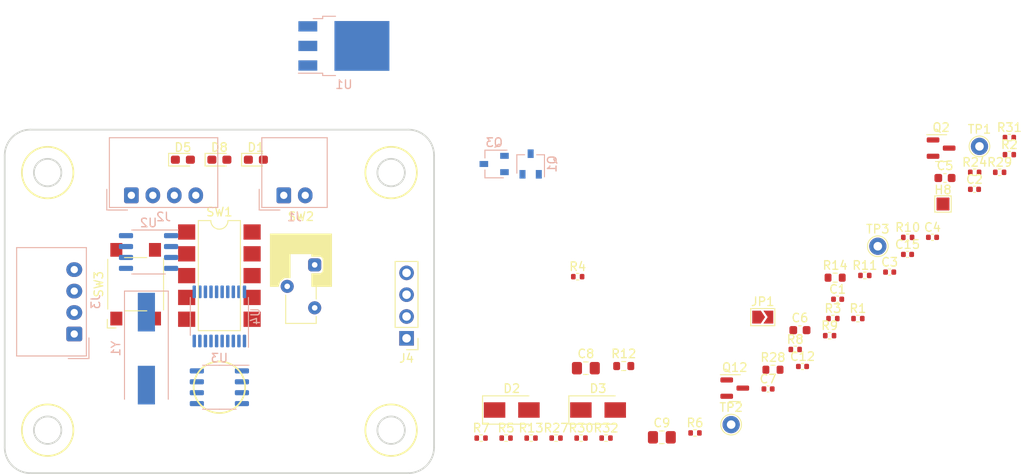
<source format=kicad_pcb>
(kicad_pcb (version 20211014) (generator pcbnew)
  (layers (0 "F.Cu" signal) (31 "B.Cu" signal) (34 "B.Paste" user) (35 "F.Paste" user) (36 "B.SilkS" user "B.Silkscreen") (37 "F.SilkS" user "F.Silkscreen") (38 "B.Mask" user) (39 "F.Mask" user) (44 "Edge.Cuts" user))
  (net 0 "")
  (net 1 "/S-S")
  (net 2 "+3.3V")
  (net 3 "GND")
  (net 4 "VDD")
  (net 5 "OSC_IN")
  (net 6 "OSC_OUT")
  (net 7 "NRST")
  (net 8 "Net-(D1-Pad2)")
  (net 9 "Net-(D5-Pad2)")
  (net 10 "Net-(D8-Pad2)")
  (net 11 "/5VBAT")
  (net 12 "RS485_A")
  (net 13 "RS485_B")
  (net 14 "TCK")
  (net 15 "TMS")
  (net 16 "Net-(JP1-Pad2)")
  (net 17 "主電源スイッチ")
  (net 18 "Net-(Q2-Pad3)")
  (net 19 "Net-(Q12-Pad1)")
  (net 20 "Net-(Q12-Pad3)")
  (net 21 "DIP_SW0")
  (net 22 "DIP_SW1")
  (net 23 "MonitorLED0")
  (net 24 "DIP_SW2")
  (net 25 "DIP_SW3")
  (net 26 "DIP_SW4")
  (net 27 "I2C_SCL")
  (net 28 "I2C_SDA")
  (net 29 "MainTX_RS485RX")
  (net 31 "MainRX_RS485TX")
  (net 52 "Net-(Q3-Pad1)")
  (footprint "Resistor_SMD:R_0402_1005Metric" (layer "F.Cu") (at 39.21 -24.08)
    (fp_text reference "R27" (at 0 -1.17) (layer "F.SilkS"))
    (fp_text value "1k")
    (fp_line (start -0.153641 -0.38) (end 0.153641 -0.38) (layer "F.SilkS") (width 0.12))
    (fp_line (start -0.153641 0.38) (end 0.153641 0.38) (layer "F.SilkS") (width 0.12))
    (pad "1" smd roundrect (at -0.51 0) (size 0.54 0.64) (layers "F.Cu" "F.Paste" "F.Mask") (net 10 "Net-(D8-Pad2)"))
    (pad "2" smd roundrect (at 0.51 0) (size 0.54 0.64) (layers "F.Cu" "F.Paste" "F.Mask") (net 2 "+3.3V"))
  )
  (footprint "Resistor_SMD:R_0402_1005Metric" (layer "F.Cu") (at 90.87 -55.03)
    (fp_text reference "R29" (at 0 -1.17) (layer "F.SilkS"))
    (fp_text value "20k")
    (fp_line (start -0.153641 0.38) (end 0.153641 0.38) (layer "F.SilkS") (width 0.12))
    (fp_line (start -0.153641 -0.38) (end 0.153641 -0.38) (layer "F.SilkS") (width 0.12))
    (pad "1" smd roundrect (at -0.51 0) (size 0.54 0.64) (layers "F.Cu" "F.Paste" "F.Mask") (net 20 "Net-(Q12-Pad3)"))
    (pad "2" smd roundrect (at 0.51 0) (size 0.54 0.64) (layers "F.Cu" "F.Paste" "F.Mask") (net 3 "GND"))
  )
  (footprint "Resistor_SMD:R_0603_1608Metric" (layer "F.Cu") (at 47.09 -32.47)
    (fp_text reference "R12" (at 0 -1.43) (layer "F.SilkS"))
    (fp_text value "3.9k")
    (fp_line (start -0.237258 0.5225) (end 0.237258 0.5225) (layer "F.SilkS") (width 0.12))
    (fp_line (start -0.237258 -0.5225) (end 0.237258 -0.5225) (layer "F.SilkS") (width 0.12))
    (pad "1" smd roundrect (at -0.825 0) (size 0.8 0.95) (layers "F.Cu" "F.Paste" "F.Mask") (net 2 "+3.3V"))
    (pad "2" smd roundrect (at 0.825 0) (size 0.8 0.95) (layers "F.Cu" "F.Paste" "F.Mask") (net 27 "I2C_SCL"))
  )
  (footprint "Capacitor_SMD:C_0402_1005Metric" (layer "F.Cu") (at 67.91 -32.42)
    (fp_text reference "C12" (at 0 -1.16) (layer "F.SilkS"))
    (fp_text value "1uF")
    (fp_line (start -0.107836 0.36) (end 0.107836 0.36) (layer "F.SilkS") (width 0.12))
    (fp_line (start -0.107836 -0.36) (end 0.107836 -0.36) (layer "F.SilkS") (width 0.12))
    (pad "1" smd roundrect (at -0.48 0) (size 0.56 0.62) (layers "F.Cu" "F.Paste" "F.Mask") (net 2 "+3.3V"))
    (pad "2" smd roundrect (at 0.48 0) (size 0.56 0.62) (layers "F.Cu" "F.Paste" "F.Mask") (net 3 "GND"))
  )
  (footprint "TestPoint:TestPoint_THTPad_D2.0mm_Drill1.0mm" (layer "F.Cu") (at 88.52 -58.05)
    (fp_text reference "TP1" (at 0 -1.998) (layer "F.SilkS"))
    (fp_text value "TestPoint")
    (fp_circle (center 0 0) (end 0 1.2) (layer "F.SilkS") (width 0.12) (fill none))
    (pad "1" thru_hole circle (at 0 0) (size 2 2) (drill 1) (layers *.Cu *.Mask) (net 4 "VDD"))
  )
  (footprint "Resistor_SMD:R_0402_1005Metric" (layer "F.Cu") (at 71.45 -38)
    (fp_text reference "R3" (at 0 -1.17) (layer "F.SilkS"))
    (fp_text value "10k")
    (fp_line (start -0.153641 -0.38) (end 0.153641 -0.38) (layer "F.SilkS") (width 0.12))
    (fp_line (start -0.153641 0.38) (end 0.153641 0.38) (layer "F.SilkS") (width 0.12))
    (pad "1" smd roundrect (at -0.51 0) (size 0.54 0.64) (layers "F.Cu" "F.Paste" "F.Mask") (net 3 "GND"))
    (pad "2" smd roundrect (at 0.51 0) (size 0.54 0.64) (layers "F.Cu" "F.Paste" "F.Mask") (net 22 "DIP_SW1"))
  )
  (footprint "Resistor_SMD:R_0402_1005Metric" (layer "F.Cu") (at 92 -57.09)
    (fp_text reference "R2" (at 0 -1.17) (layer "F.SilkS"))
    (fp_text value "10k")
    (fp_line (start -0.153641 0.38) (end 0.153641 0.38) (layer "F.SilkS") (width 0.12))
    (fp_line (start -0.153641 -0.38) (end 0.153641 -0.38) (layer "F.SilkS") (width 0.12))
    (pad "1" smd roundrect (at -0.51 0) (size 0.54 0.64) (layers "F.Cu" "F.Paste" "F.Mask") (net 1 "/S-S"))
    (pad "2" smd roundrect (at 0.51 0) (size 0.54 0.64) (layers "F.Cu" "F.Paste" "F.Mask") (net 3 "GND"))
  )
  (footprint "Resistor_SMD:R_0402_1005Metric" (layer "F.Cu") (at 42.12 -24.08)
    (fp_text reference "R30" (at 0 -1.17) (layer "F.SilkS"))
    (fp_text value "2.2k")
    (fp_line (start -0.153641 -0.38) (end 0.153641 -0.38) (layer "F.SilkS") (width 0.12))
    (fp_line (start -0.153641 0.38) (end 0.153641 0.38) (layer "F.SilkS") (width 0.12))
    (pad "1" smd roundrect (at -0.51 0) (size 0.54 0.64) (layers "F.Cu" "F.Paste" "F.Mask") (net 2 "+3.3V"))
    (pad "2" smd roundrect (at 0.51 0) (size 0.54 0.64) (layers "F.Cu" "F.Paste" "F.Mask") (net 12 "RS485_A"))
  )
  (footprint "Resistor_SMD:R_0402_1005Metric" (layer "F.Cu") (at 75.17 -43.02)
    (fp_text reference "R11" (at 0 -1.17) (layer "F.SilkS"))
    (fp_text value "10k")
    (fp_line (start -0.153641 0.38) (end 0.153641 0.38) (layer "F.SilkS") (width 0.12))
    (fp_line (start -0.153641 -0.38) (end 0.153641 -0.38) (layer "F.SilkS") (width 0.12))
    (pad "1" smd roundrect (at -0.51 0) (size 0.54 0.64) (layers "F.Cu" "F.Paste" "F.Mask") (net 4 "VDD"))
    (pad "2" smd roundrect (at 0.51 0) (size 0.54 0.64) (layers "F.Cu" "F.Paste" "F.Mask") (net 3 "GND"))
  )
  (footprint "Resistor_SMD:R_0402_1005Metric" (layer "F.Cu") (at 36.3 -24.08)
    (fp_text reference "R13" (at 0 -1.17) (layer "F.SilkS"))
    (fp_text value "10k")
    (fp_line (start -0.153641 0.38) (end 0.153641 0.38) (layer "F.SilkS") (width 0.12))
    (fp_line (start -0.153641 -0.38) (end 0.153641 -0.38) (layer "F.SilkS") (width 0.12))
    (pad "1" smd roundrect (at -0.51 0) (size 0.54 0.64) (layers "F.Cu" "F.Paste" "F.Mask") (net 3 "GND"))
    (pad "2" smd roundrect (at 0.51 0) (size 0.54 0.64) (layers "F.Cu" "F.Paste" "F.Mask") (net 2 "+3.3V"))
  )
  (footprint "Resistor_SMD:R_0402_1005Metric" (layer "F.Cu") (at 92 -59.08)
    (fp_text reference "R31" (at 0 -1.17) (layer "F.SilkS"))
    (fp_text value "2.2k")
    (fp_line (start -0.153641 0.38) (end 0.153641 0.38) (layer "F.SilkS") (width 0.12))
    (fp_line (start -0.153641 -0.38) (end 0.153641 -0.38) (layer "F.SilkS") (width 0.12))
    (pad "1" smd roundrect (at -0.51 0) (size 0.54 0.64) (layers "F.Cu" "F.Paste" "F.Mask") (net 13 "RS485_B"))
    (pad "2" smd roundrect (at 0.51 0) (size 0.54 0.64) (layers "F.Cu" "F.Paste" "F.Mask") (net 3 "GND"))
  )
  (footprint "Package_TO_SOT_SMD:SOT-23" (layer "F.Cu") (at 60.02 -29.9)
    (fp_text reference "Q12" (at 0 -2.4) (layer "F.SilkS"))
    (fp_text value "S8050")
    (fp_line (start 0 -1.56) (end 0.65 -1.56) (layer "F.SilkS") (width 0.12))
    (fp_line (start 0 -1.56) (end -1.675 -1.56) (layer "F.SilkS") (width 0.12))
    (fp_line (start 0 1.56) (end -0.65 1.56) (layer "F.SilkS") (width 0.12))
    (fp_line (start 0 1.56) (end 0.65 1.56) (layer "F.SilkS") (width 0.12))
    (pad "1" smd roundrect (at -0.9375 -0.95) (size 1.475 0.6) (layers "F.Cu" "F.Paste" "F.Mask") (net 19 "Net-(Q12-Pad1)"))
    (pad "2" smd roundrect (at -0.9375 0.95) (size 1.475 0.6) (layers "F.Cu" "F.Paste" "F.Mask") (net 2 "+3.3V"))
    (pad "3" smd roundrect (at 0.9375 0) (size 1.475 0.6) (layers "F.Cu" "F.Paste" "F.Mask") (net 20 "Net-(Q12-Pad3)"))
  )
  (footprint "Capacitor_SMD:C_0603_1608Metric" (layer "F.Cu") (at 84.5 -54.37)
    (fp_text reference "C5" (at 0 -1.43) (layer "F.SilkS"))
    (fp_text value "22pF")
    (fp_line (start -0.14058 -0.51) (end 0.14058 -0.51) (layer "F.SilkS") (width 0.12))
    (fp_line (start -0.14058 0.51) (end 0.14058 0.51) (layer "F.SilkS") (width 0.12))
    (pad "1" smd roundrect (at -0.775 0) (size 0.9 0.95) (layers "F.Cu" "F.Paste" "F.Mask") (net 3 "GND"))
    (pad "2" smd roundrect (at 0.775 0) (size 0.9 0.95) (layers "F.Cu" "F.Paste" "F.Mask") (net 5 "OSC_IN"))
  )
  (footprint "TestPoint:TestPoint_THTPad_D2.0mm_Drill1.0mm" (layer "F.Cu") (at 59.6 -25.65)
    (fp_text reference "TP2" (at 0 -1.998) (layer "F.SilkS"))
    (fp_text value "TestPoint")
    (fp_circle (center 0 0) (end 0 1.2) (layer "F.SilkS") (width 0.12) (fill none))
    (pad "1" thru_hole circle (at 0 0) (size 2 2) (drill 1) (layers *.Cu *.Mask) (net 2 "+3.3V"))
  )
  (footprint "TestPoint:TestPoint_THTPad_D2.0mm_Drill1.0mm" (layer "F.Cu") (at 76.68 -46.42)
    (fp_text reference "TP3" (at 0 -1.998) (layer "F.SilkS"))
    (fp_text value "TestPoint")
    (fp_circle (center 0 0) (end 0 1.2) (layer "F.SilkS") (width 0.12) (fill none))
    (pad "1" thru_hole circle (at 0 0) (size 2 2) (drill 1) (layers *.Cu *.Mask) (net 3 "GND"))
  )
  (footprint "Capacitor_SMD:C_0402_1005Metric" (layer "F.Cu") (at 80.14 -45.47)
    (fp_text reference "C15" (at 0 -1.16) (layer "F.SilkS"))
    (fp_text value "0.1uF")
    (fp_line (start -0.107836 -0.36) (end 0.107836 -0.36) (layer "F.SilkS") (width 0.12))
    (fp_line (start -0.107836 0.36) (end 0.107836 0.36) (layer "F.SilkS") (width 0.12))
    (pad "1" smd roundrect (at -0.48 0) (size 0.56 0.62) (layers "F.Cu" "F.Paste" "F.Mask") (net 2 "+3.3V"))
    (pad "2" smd roundrect (at 0.48 0) (size 0.56 0.62) (layers "F.Cu" "F.Paste" "F.Mask") (net 3 "GND"))
  )
  (footprint "Resistor_SMD:R_0402_1005Metric" (layer "F.Cu") (at 74.36 -38)
    (fp_text reference "R1" (at 0 -1.17) (layer "F.SilkS"))
    (fp_text value "10k")
    (fp_line (start -0.153641 0.38) (end 0.153641 0.38) (layer "F.SilkS") (width 0.12))
    (fp_line (start -0.153641 -0.38) (end 0.153641 -0.38) (layer "F.SilkS") (width 0.12))
    (pad "1" smd roundrect (at -0.51 0) (size 0.54 0.64) (layers "F.Cu" "F.Paste" "F.Mask") (net 3 "GND"))
    (pad "2" smd roundrect (at 0.51 0) (size 0.54 0.64) (layers "F.Cu" "F.Paste" "F.Mask") (net 21 "DIP_SW0"))
  )
  (footprint "Capacitor_SMD:C_0603_1608Metric" (layer "F.Cu") (at 67.61 -36.65)
    (fp_text reference "C6" (at 0 -1.43) (layer "F.SilkS"))
    (fp_text value "22pF")
    (fp_line (start -0.14058 -0.51) (end 0.14058 -0.51) (layer "F.SilkS") (width 0.12))
    (fp_line (start -0.14058 0.51) (end 0.14058 0.51) (layer "F.SilkS") (width 0.12))
    (pad "1" smd roundrect (at -0.775 0) (size 0.9 0.95) (layers "F.Cu" "F.Paste" "F.Mask") (net 3 "GND"))
    (pad "2" smd roundrect (at 0.775 0) (size 0.9 0.95) (layers "F.Cu" "F.Paste" "F.Mask") (net 6 "OSC_OUT"))
  )
  (footprint "LED_SMD:LED_0603_1608Metric_Pad1.05x0.95mm_HandSolder" (layer "F.Cu") (at 0 -56.5)
    (fp_text reference "D8" (at 0 -1.43) (layer "F.SilkS"))
    (fp_text value "Green")
    (fp_line (start 0.8 -0.735) (end -1.66 -0.735) (layer "F.SilkS") (width 0.12))
    (fp_line (start -1.66 0.735) (end 0.8 0.735) (layer "F.SilkS") (width 0.12))
    (fp_line (start -1.66 -0.735) (end -1.66 0.735) (layer "F.SilkS") (width 0.12))
    (pad "1" smd roundrect (at -0.875 0) (size 1.05 0.95) (layers "F.Cu" "F.Paste" "F.Mask") (net 3 "GND"))
    (pad "2" smd roundrect (at 0.875 0) (size 1.05 0.95) (layers "F.Cu" "F.Paste" "F.Mask") (net 10 "Net-(D8-Pad2)"))
  )
  (footprint "Resistor_SMD:R_0402_1005Metric" (layer "F.Cu") (at 80.16 -47.45)
    (fp_text reference "R10" (at 0 -1.17) (layer "F.SilkS"))
    (fp_text value "10k")
    (fp_line (start -0.153641 0.38) (end 0.153641 0.38) (layer "F.SilkS") (width 0.12))
    (fp_line (start -0.153641 -0.38) (end 0.153641 -0.38) (layer "F.SilkS") (width 0.12))
    (pad "1" smd roundrect (at -0.51 0) (size 0.54 0.64) (layers "F.Cu" "F.Paste" "F.Mask") (net 17 "主電源スイッチ"))
    (pad "2" smd roundrect (at 0.51 0) (size 0.54 0.64) (layers "F.Cu" "F.Paste" "F.Mask") (net 3 "GND"))
  )
  (footprint "Resistor_SMD:R_0402_1005Metric" (layer "F.Cu") (at 30.48 -24.08)
    (fp_text reference "R7" (at 0 -1.17) (layer "F.SilkS"))
    (fp_text value "100k")
    (fp_line (start -0.153641 -0.38) (end 0.153641 -0.38) (layer "F.SilkS") (width 0.12))
    (fp_line (start -0.153641 0.38) (end 0.153641 0.38) (layer "F.SilkS") (width 0.12))
    (pad "1" smd roundrect (at -0.51 0) (size 0.54 0.64) (layers "F.Cu" "F.Paste" "F.Mask") (net 1 "/S-S"))
    (pad "2" smd roundrect (at 0.51 0) (size 0.54 0.64) (layers "F.Cu" "F.Paste" "F.Mask") (net 52 "Net-(Q3-Pad1)"))
  )
  (footprint "Connector_PinHeader_2.54mm:PinHeader_1x04_P2.54mm_Vertical" (layer "F.Cu") (at 21.8 -35.7 180)
    (fp_text reference "J4" (at 0 -2.33) (layer "F.SilkS"))
    (fp_text value "Conn_01x04_Female")
    (fp_line (start -1.33 1.27) (end -1.33 8.95) (layer "F.SilkS") (width 0.12))
    (fp_line (start -1.33 1.27) (end 1.33 1.27) (layer "F.SilkS") (width 0.12))
    (fp_line (start -1.33 0) (end -1.33 -1.33) (layer "F.SilkS") (width 0.12))
    (fp_line (start 1.33 1.27) (end 1.33 8.95) (layer "F.SilkS") (width 0.12))
    (fp_line (start -1.33 -1.33) (end 0 -1.33) (layer "F.SilkS") (width 0.12))
    (fp_line (start -1.33 8.95) (end 1.33 8.95) (layer "F.SilkS") (width 0.12))
    (pad "1" thru_hole rect (at 0 0 180) (size 1.7 1.7) (drill 1) (layers *.Cu *.Mask) (net 14 "TCK"))
    (pad "2" thru_hole oval (at 0 2.54 180) (size 1.7 1.7) (drill 1) (layers *.Cu *.Mask) (net 3 "GND"))
    (pad "3" thru_hole oval (at 0 5.08 180) (size 1.7 1.7) (drill 1) (layers *.Cu *.Mask) (net 15 "TMS"))
    (pad "4" thru_hole oval (at 0 7.62 180) (size 1.7 1.7) (drill 1) (layers *.Cu *.Mask) (net 7 "NRST"))
  )
  (footprint "Capacitor_SMD:C_0805_2012Metric_Pad1.18x1.45mm_HandSolder" (layer "F.Cu") (at 51.53 -24.17)
    (fp_text reference "C9" (at 0 -1.68) (layer "F.SilkS"))
    (fp_text value "10uF")
    (fp_line (start -0.261252 0.735) (end 0.261252 0.735) (layer "F.SilkS") (width 0.12))
    (fp_line (start -0.261252 -0.735) (end 0.261252 -0.735) (layer "F.SilkS") (width 0.12))
    (pad "1" smd roundrect (at -1.0375 0) (size 1.175 1.45) (layers "F.Cu" "F.Paste" "F.Mask") (roundrect_rratio 0.212766) (net 2 "+3.3V"))
    (pad "2" smd roundrect (at 1.0375 0) (size 1.175 1.45) (layers "F.Cu" "F.Paste" "F.Mask") (roundrect_rratio 0.212766) (net 3 "GND"))
  )
  (footprint "Capacitor_SMD:C_0402_1005Metric" (layer "F.Cu") (at 78.06 -43.41)
    (fp_text reference "C3" (at 0 -1.16) (layer "F.SilkS"))
    (fp_text value "1uF")
    (fp_line (start -0.107836 -0.36) (end 0.107836 -0.36) (layer "F.SilkS") (width 0.12))
    (fp_line (start -0.107836 0.36) (end 0.107836 0.36) (layer "F.SilkS") (width 0.12))
    (pad "1" smd roundrect (at -0.48 0) (size 0.56 0.62) (layers "F.Cu" "F.Paste" "F.Mask") (net 4 "VDD"))
    (pad "2" smd roundrect (at 0.48 0) (size 0.56 0.62) (layers "F.Cu" "F.Paste" "F.Mask") (net 3 "GND"))
  )
  (footprint "LED_SMD:LED_0603_1608Metric_Pad1.05x0.95mm_HandSolder" (layer "F.Cu") (at -4.25 -56.5)
    (fp_text reference "D5" (at 0 -1.43) (layer "F.SilkS"))
    (fp_text value "Green")
    (fp_line (start 0.8 -0.735) (end -1.66 -0.735) (layer "F.SilkS") (width 0.12))
    (fp_line (start -1.66 0.735) (end 0.8 0.735) (layer "F.SilkS") (width 0.12))
    (fp_line (start -1.66 -0.735) (end -1.66 0.735) (layer "F.SilkS") (width 0.12))
    (pad "1" smd roundrect (at -0.875 0) (size 1.05 0.95) (layers "F.Cu" "F.Paste" "F.Mask") (net 3 "GND"))
    (pad "2" smd roundrect (at 0.875 0) (size 1.05 0.95) (layers "F.Cu" "F.Paste" "F.Mask") (net 9 "Net-(D5-Pad2)"))
  )
  (footprint "Capacitor_SMD:C_0805_2012Metric_Pad1.18x1.45mm_HandSolder" (layer "F.Cu") (at 42.68 -32.22)
    (fp_text reference "C8" (at 0 -1.68) (layer "F.SilkS"))
    (fp_text value "10uF")
    (fp_line (start -0.261252 -0.735) (end 0.261252 -0.735) (layer "F.SilkS") (width 0.12))
    (fp_line (start -0.261252 0.735) (end 0.261252 0.735) (layer "F.SilkS") (width 0.12))
    (pad "1" smd roundrect (at -1.0375 0) (size 1.175 1.45) (layers "F.Cu" "F.Paste" "F.Mask") (roundrect_rratio 0.212766) (net 4 "VDD"))
    (pad "2" smd roundrect (at 1.0375 0) (size 1.175 1.45) (layers "F.Cu" "F.Paste" "F.Mask") (roundrect_rratio 0.212766) (net 3 "GND"))
  )
  (footprint "Resistor_SMD:R_0402_1005Metric" (layer "F.Cu") (at 33.39 -24.08)
    (fp_text reference "R5" (at 0 -1.17) (layer "F.SilkS"))
    (fp_text value "10k")
    (fp_line (start -0.153641 0.38) (end 0.153641 0.38) (layer "F.SilkS") (width 0.12))
    (fp_line (start -0.153641 -0.38) (end 0.153641 -0.38) (layer "F.SilkS") (width 0.12))
    (pad "1" smd roundrect (at -0.51 0) (size 0.54 0.64) (layers "F.Cu" "F.Paste" "F.Mask") (net 3 "GND"))
    (pad "2" smd roundrect (at 0.51 0) (size 0.54 0.64) (layers "F.Cu" "F.Paste" "F.Mask") (net 24 "DIP_SW2"))
  )
  (footprint "Capacitor_SMD:C_0402_1005Metric" (layer "F.Cu") (at 83.05 -47.46)
    (fp_text reference "C4" (at 0 -1.16) (layer "F.SilkS"))
    (fp_text value "1uF")
    (fp_line (start -0.107836 -0.36) (end 0.107836 -0.36) (layer "F.SilkS") (width 0.12))
    (fp_line (start -0.107836 0.36) (end 0.107836 0.36) (layer "F.SilkS") (width 0.12))
    (pad "1" smd roundrect (at -0.48 0) (size 0.56 0.62) (layers "F.Cu" "F.Paste" "F.Mask") (net 2 "+3.3V"))
    (pad "2" smd roundrect (at 0.48 0) (size 0.56 0.62) (layers "F.Cu" "F.Paste" "F.Mask") (net 3 "GND"))
  )
  (footprint "Resistor_SMD:R_0402_1005Metric" (layer "F.Cu") (at 87.96 -55.03)
    (fp_text reference "R24" (at 0 -1.17) (layer "F.SilkS"))
    (fp_text value "1k")
    (fp_line (start -0.153641 -0.38) (end 0.153641 -0.38) (layer "F.SilkS") (width 0.12))
    (fp_line (start -0.153641 0.38) (end 0.153641 0.38) (layer "F.SilkS") (width 0.12))
    (pad "1" smd roundrect (at -0.51 0) (size 0.54 0.64) (layers "F.Cu" "F.Paste" "F.Mask") (net 9 "Net-(D5-Pad2)"))
    (pad "2" smd roundrect (at 0.51 0) (size 0.54 0.64) (layers "F.Cu" "F.Paste" "F.Mask") (net 4 "VDD"))
  )
  (footprint "Capacitor_SMD:C_0402_1005Metric" (layer "F.Cu") (at 72 -40.25)
    (fp_text reference "C1" (at 0 -1.16) (layer "F.SilkS"))
    (fp_text value "1uF")
    (fp_line (start -0.107836 -0.36) (end 0.107836 -0.36) (layer "F.SilkS") (width 0.12))
    (fp_line (start -0.107836 0.36) (end 0.107836 0.36) (layer "F.SilkS") (width 0.12))
    (pad "1" smd roundrect (at -0.48 0) (size 0.56 0.62) (layers "F.Cu" "F.Paste" "F.Mask") (net 1 "/S-S"))
    (pad "2" smd roundrect (at 0.48 0) (size 0.56 0.62) (layers "F.Cu" "F.Paste" "F.Mask") (net 52 "Net-(Q3-Pad1)"))
  )
  (footprint "Resistor_SMD:R_0603_1608Metric" (layer "F.Cu") (at 64.47 -32.04)
    (fp_text reference "R28" (at 0 -1.43) (layer "F.SilkS"))
    (fp_text value "7.5k")
    (fp_line (start -0.237258 0.5225) (end 0.237258 0.5225) (layer "F.SilkS") (width 0.12))
    (fp_line (start -0.237258 -0.5225) (end 0.237258 -0.5225) (layer "F.SilkS") (width 0.12))
    (pad "1" smd roundrect (at -0.825 0) (size 0.8 0.95) (layers "F.Cu" "F.Paste" "F.Mask") (net 19 "Net-(Q12-Pad1)"))
    (pad "2" smd roundrect (at 0.825 0) (size 0.8 0.95) (layers "F.Cu" "F.Paste" "F.Mask") (net 29 "MainTX_RS485RX"))
  )
  (footprint "Resistor_SMD:R_0402_1005Metric" (layer "F.Cu") (at 71.07 -36.01)
    (fp_text reference "R9" (at 0 -1.17) (layer "F.SilkS"))
    (fp_text value "10k")
    (fp_line (start -0.153641 0.38) (end 0.153641 0.38) (layer "F.SilkS") (width 0.12))
    (fp_line (start -0.153641 -0.38) (end 0.153641 -0.38) (layer "F.SilkS") (width 0.12))
    (pad "1" smd roundrect (at -0.51 0) (size 0.54 0.64) (layers "F.Cu" "F.Paste" "F.Mask") (net 52 "Net-(Q3-Pad1)"))
    (pad "2" smd roundrect (at 0.51 0) (size 0.54 0.64) (layers "F.Cu" "F.Paste" "F.Mask") (net 18 "Net-(Q2-Pad3)"))
  )
  (footprint "Button_Switch_SMD:SW_SPST_Omron_B3FS-100xP" (layer "F.Cu") (at -9.75 -42 90)
    (fp_text reference "SW3" (at 0 -4.3 90) (layer "F.SilkS"))
    (fp_text value "SW_SPST")
    (fp_line (start -3.1 -1.3) (end -3.1 1.3) (layer "F.SilkS") (width 0.12))
    (fp_line (start 2.9 -3.25) (end -2.9 -3.25) (layer "F.SilkS") (width 0.12))
    (fp_line (start 3.1 -1.3) (end 3.1 1.3) (layer "F.SilkS") (width 0.12))
    (fp_line (start -5.1 -2.3) (end -5.1 -3.3) (layer "F.SilkS") (width 0.12))
    (fp_line (start 3 3.25) (end -3 3.25) (layer "F.SilkS") (width 0.12))
    (fp_line (start -5.1 -3.3) (end -4.1 -3.3) (layer "F.SilkS") (width 0.12))
    (pad "1" smd rect (at -4 -2.25 270) (size 1.6 1.4) (layers "F.Cu" "F.Paste" "F.Mask") (net 7 "NRST"))
    (pad "1" smd rect (at 4 -2.25 270) (size 1.6 1.4) (layers "F.Cu" "F.Paste" "F.Mask") (net 7 "NRST"))
    (pad "2" smd rect (at -4 2.25 270) (size 1.6 1.4) (layers "F.Cu" "F.Paste" "F.Mask") (net 3 "GND"))
    (pad "2" smd rect (at 4 2.25 270) (size 1.6 1.4) (layers "F.Cu" "F.Paste" "F.Mask") (net 3 "GND"))
  )
  (footprint "Jumper:SolderJumper-2_P1.3mm_Open_TrianglePad1.0x1.5mm" (layer "F.Cu") (at 63.28 -38.17)
    (fp_text reference "JP1" (at 0 -1.8) (layer "F.SilkS"))
    (fp_text value "Jumper_2_Open")
    (fp_line (start -1.4 -1) (end 1.4 -1) (layer "F.SilkS") (width 0.12))
    (fp_line (start 1.4 1) (end -1.4 1) (layer "F.SilkS") (width 0.12))
    (fp_line (start 1.4 -1) (end 1.4 1) (layer "F.SilkS") (width 0.12))
    (fp_line (start -1.4 1) (end -1.4 -1) (layer "F.SilkS") (width 0.12))
    (pad "1" smd custom (at -0.725 0) (size 0.3 0.3) (layers "F.Cu" "F.Mask") (net 12 "RS485_A") (options (clearance outline) (anchor rect)) (primitives (gr_poly (pts (xy 1 0) (xy 0.5 0.75) (xy -0.5 0.75) (xy -0.5 -0.75) (xy 0.5 -0.75)) (width 0) (fill yes))))
    (pad "2" smd custom (at 0.725 0) (size 0.3 0.3) (layers "F.Cu" "F.Mask") (net 16 "Net-(JP1-Pad2)") (options (clearance outline) (anchor rect)) (primitives (gr_poly (pts (xy 0.5 0.75) (xy -0.65 0.75) (xy -0.15 0) (xy -0.65 -0.75) (xy 0.5 -0.75)) (width 0) (fill yes))))
  )
  (footprint "Diode_SMD:D_SMA" (layer "F.Cu") (at 34.05 -27.35)
    (fp_text reference "D2" (at 0 -2.5) (layer "F.SilkS"))
    (fp_text value "SBR1A40SA")
    (fp_line (start -3.4 -1.65) (end 2 -1.65) (layer "F.SilkS") (width 0.12))
    (fp_line (start -3.4 1.65) (end 2 1.65) (layer "F.SilkS") (width 0.12))
    (fp_line (start -3.4 -1.65) (end -3.4 1.65) (layer "F.SilkS") (width 0.12))
    (pad "1" smd rect (at -2 0) (size 2.5 1.8) (layers "F.Cu" "F.Paste" "F.Mask") (net 4 "VDD"))
    (pad "2" smd rect (at 2 0) (size 2.5 1.8) (layers "F.Cu" "F.Paste" "F.Mask") (net 3 "GND"))
  )
  (footprint "Capacitor_SMD:C_0402_1005Metric" (layer "F.Cu") (at 87.94 -53.05)
    (fp_text reference "C2" (at 0 -1.16) (layer "F.SilkS"))
    (fp_text value "0.1uF")
    (fp_line (start -0.107836 -0.36) (end 0.107836 -0.36) (layer "F.SilkS") (width 0.12))
    (fp_line (start -0.107836 0.36) (end 0.107836 0.36) (layer "F.SilkS") (width 0.12))
    (pad "1" smd roundrect (at -0.48 0) (size 0.56 0.62) (layers "F.Cu" "F.Paste" "F.Mask") (net 2 "+3.3V"))
    (pad "2" smd roundrect (at 0.48 0) (size 0.56 0.62) (layers "F.Cu" "F.Paste" "F.Mask") (net 3 "GND"))
  )
  (footprint "Resistor_SMD:R_0402_1005Metric" (layer "F.Cu") (at 67.06 -34.4)
    (fp_text reference "R8" (at 0 -1.17) (layer "F.SilkS"))
    (fp_text value "10k")
    (fp_line (start -0.153641 -0.38) (end 0.153641 -0.38) (layer "F.SilkS") (width 0.12))
    (fp_line (start -0.153641 0.38) (end 0.153641 0.38) (layer "F.SilkS") (width 0.12))
    (pad "1" smd roundrect (at -0.51 0) (size 0.54 0.64) (layers "F.Cu" "F.Paste" "F.Mask") (net 3 "GND"))
    (pad "2" smd roundrect (at 0.51 0) (size 0.54 0.64) (layers "F.Cu" "F.Paste" "F.Mask") (net 26 "DIP_SW4"))
  )
  (footprint "Capacitor_SMD:C_0402_1005Metric" (layer "F.Cu") (at 63.9 -29.8)
    (fp_text reference "C7" (at 0 -1.16) (layer "F.SilkS"))
    (fp_text value "0.1uF")
    (fp_line (start -0.107836 0.36) (end 0.107836 0.36) (layer "F.SilkS") (width 0.12))
    (fp_line (start -0.107836 -0.36) (end 0.107836 -0.36) (layer "F.SilkS") (width 0.12))
    (pad "1" smd roundrect (at -0.48 0) (size 0.56 0.62) (layers "F.Cu" "F.Paste" "F.Mask") (net 7 "NRST"))
    (pad "2" smd roundrect (at 0.48 0) (size 0.56 0.62) (layers "F.Cu" "F.Paste" "F.Mask") (net 3 "GND"))
  )
  (footprint "TestPoint:TestPoint_Pad_1.5x1.5mm" (layer "F.Cu") (at 84.27 -51.34)
    (fp_text reference "H8" (at 0 -1.648) (layer "F.SilkS"))
    (fp_text value "MountingHole_Pad")
    (fp_line (start 0.95 -0.95) (end 0.95 0.95) (layer "F.SilkS") (width 0.12))
    (fp_line (start -0.95 0.95) (end -0.95 -0.95) (layer "F.SilkS") (width 0.12))
    (fp_line (start -0.95 -0.95) (end 0.95 -0.95) (layer "F.SilkS") (width 0.12))
    (fp_line (start 0.95 0.95) (end -0.95 0.95) (layer "F.SilkS") (width 0.12))
    (pad "1" smd rect (at 0 0) (size 1.5 1.5) (layers "F.Cu" "F.Mask") (net 7 "NRST"))
  )
  (footprint "Resistor_SMD:R_0402_1005Metric" (layer "F.Cu") (at 41.73 -42.88)
    (fp_text reference "R4" (at 0 -1.17) (layer "F.SilkS"))
    (fp_text value "1k")
    (fp_line (start -0.153641 0.38) (end 0.153641 0.38) (layer "F.SilkS") (width 0.12))
    (fp_line (start -0.153641 -0.38) (end 0.153641 -0.38) (layer "F.SilkS") (width 0.12))
    (pad "1" smd roundrect (at -0.51 0) (size 0.54 0.64) (layers "F.Cu" "F.Paste" "F.Mask") (net 8 "Net-(D1-Pad2)"))
    (pad "2" smd roundrect (at 0.51 0) (size 0.54 0.64) (layers "F.Cu" "F.Paste" "F.Mask") (net 23 "MonitorLED0"))
  )
  (footprint "Package_DIP:SMDIP-10_W7.62mm" (layer "F.Cu") (at 0 -43)
    (fp_text reference "SW1" (at 0 -7.41) (layer "F.SilkS"))
    (fp_text value "SW_DIP_x05")
    (fp_line (start -2.45 -6.41) (end -2.45 6.41) (layer "F.SilkS") (width 0.12))
    (fp_line (start -1 -6.41) (end -2.45 -6.41) (layer "F.SilkS") (width 0.12))
    (fp_line (start -2.45 6.41) (end 2.45 6.41) (layer "F.SilkS") (width 0.12))
    (fp_line (start 2.45 -6.41) (end 1 -6.41) (layer "F.SilkS") (width 0.12))
    (fp_line (start 2.45 6.41) (end 2.45 -6.41) (layer "F.SilkS") (width 0.12))
    (fp_arc (start 1 -6.41) (mid 0 -5.41) (end -1 -6.41) (layer "F.SilkS") (width 0.12))
    (pad "1" smd rect (at -3.81 -5.08) (size 2 1.78) (layers "F.Cu" "F.Paste" "F.Mask") (net 21 "DIP_SW0"))
    (pad "2" smd rect (at -3.81 -2.54) (size 2 1.78) (layers "F.Cu" "F.Paste" "F.Mask") (net 22 "DIP_SW1"))
    (pad "3" smd rect (at -3.81 0) (size 2 1.78) (layers "F.Cu" "F.Paste" "F.Mask") (net 24 "DIP_SW2"))
    (pad "4" smd rect (at -3.81 2.54) (size 2 1.78) (layers "F.Cu" "F.Paste" "F.Mask") (net 25 "DIP_SW3"))
    (pad "5" smd rect (at -3.81 5.08) (size 2 1.78) (layers "F.Cu" "F.Paste" "F.Mask") (net 26 "DIP_SW4"))
    (pad "6" smd rect (at 3.81 5.08) (size 2 1.78) (layers "F.Cu" "F.Paste" "F.Mask") (net 2 "+3.3V"))
    (pad "7" smd rect (at 3.81 2.54) (size 2 1.78) (layers "F.Cu" "F.Paste" "F.Mask") (net 2 "+3.3V"))
    (pad "8" smd rect (at 3.81 0) (size 2 1.78) (layers "F.Cu" "F.Paste" "F.Mask") (net 2 "+3.3V"))
    (pad "9" smd rect (at 3.81 -2.54) (size 2 1.78) (layers "F.Cu" "F.Paste" "F.Mask") (net 2 "+3.3V"))
    (pad "10" smd rect (at 3.81 -5.08) (size 2 1.78) (layers "F.Cu" "F.Paste" "F.Mask") (net 2 "+3.3V"))
  )
  (footprint "Resistor_SMD:R_0402_1005Metric" (layer "F.Cu") (at 45.03 -24.08)
    (fp_text reference "R32" (at 0 -1.17) (layer "F.SilkS"))
    (fp_text value "120")
    (fp_line (start -0.153641 0.38) (end 0.153641 0.38) (layer "F.SilkS") (width 0.12))
    (fp_line (start -0.153641 -0.38) (end 0.153641 -0.38) (layer "F.SilkS") (width 0.12))
    (pad "1" smd roundrect (at -0.51 0) (size 0.54 0.64) (layers "F.Cu" "F.Paste" "F.Mask") (net 16 "Net-(JP1-Pad2)"))
    (pad "2" smd roundrect (at 0.51 0) (size 0.54 0.64) (layers "F.Cu" "F.Paste" "F.Mask") (net 13 "RS485_B"))
  )
  (footprint "LED_SMD:LED_0603_1608Metric_Pad1.05x0.95mm_HandSolder" (layer "F.Cu") (at 4.25 -56.5)
    (fp_text reference "D1" (at 0 -1.43) (layer "F.SilkS"))
    (fp_text value "Yellow")
    (fp_line (start 0.8 -0.735) (end -1.66 -0.735) (layer "F.SilkS") (width 0.12))
    (fp_line (start -1.66 -0.735) (end -1.66 0.735) (layer "F.SilkS") (width 0.12))
    (fp_line (start -1.66 0.735) (end 0.8 0.735) (layer "F.SilkS") (width 0.12))
    (pad "1" smd roundrect (at -0.875 0) (size 1.05 0.95) (layers "F.Cu" "F.Paste" "F.Mask") (net 3 "GND"))
    (pad "2" smd roundrect (at 0.875 0) (size 1.05 0.95) (layers "F.Cu" "F.Paste" "F.Mask") (net 8 "Net-(D1-Pad2)"))
  )
  (footprint "Resistor_SMD:R_0603_1608Metric" (layer "F.Cu") (at 71.71 -42.76)
    (fp_text reference "R14" (at 0 -1.43) (layer "F.SilkS"))
    (fp_text value "3.9k")
    (fp_line (start -0.237258 -0.5225) (end 0.237258 -0.5225) (layer "F.SilkS") (width 0.12))
    (fp_line (start -0.237258 0.5225) (end 0.237258 0.5225) (layer "F.SilkS") (width 0.12))
    (pad "1" smd roundrect (at -0.825 0) (size 0.8 0.95) (layers "F.Cu" "F.Paste" "F.Mask") (net 2 "+3.3V"))
    (pad "2" smd roundrect (at 0.825 0) (size 0.8 0.95) (layers "F.Cu" "F.Paste" "F.Mask") (net 28 "I2C_SDA"))
  )
  (footprint "Diode_SMD:D_SMA" (layer "F.Cu") (at 44.1 -27.35)
    (fp_text reference "D3" (at 0 -2.5) (layer "F.SilkS"))
    (fp_text value "SBR1A40SA")
    (fp_line (start -3.4 -1.65) (end 2 -1.65) (layer "F.SilkS") (width 0.12))
    (fp_line (start -3.4 -1.65) (end -3.4 1.65) (layer "F.SilkS") (width 0.12))
    (fp_line (start -3.4 1.65) (end 2 1.65) (layer "F.SilkS") (width 0.12))
    (pad "1" smd rect (at -2 0) (size 2.5 1.8) (layers "F.Cu" "F.Paste" "F.Mask") (net 4 "VDD"))
    (pad "2" smd rect (at 2 0) (size 2.5 1.8) (layers "F.Cu" "F.Paste" "F.Mask") (net 2 "+3.3V"))
  )
  (footprint "Slide_Switch:SW_Slide_SPDT_White" (layer "F.Cu") (at 9.5 -41.75)
    (fp_text reference "SW2" (at 0 -8.128 unlocked) (layer "F.SilkS"))
    (fp_text value "SW_SPDT_White")
    (fp_line (start 1.778 4.318) (end -1.778 4.318) (layer "F.SilkS") (width 0.12))
    (fp_line (start -1.778 4.318) (end -1.778 1.016) (layer "F.SilkS") (width 0.12))
    (fp_line (start 1.778 4.318) (end 1.778 3.5052) (layer "F.SilkS") (width 0.12))
    (fp_line (start 1.778 -0.762) (end 1.778 1.4732) (layer "F.SilkS") (width 0.12))
    (fp_line (start -1.778 -4.318) (end 1.778 -4.318) (layer "F.SilkS") (width 0.12))
    (fp_poly (pts (xy 3.556 0) (xy 1.27 0) (xy 1.27 -1.4732) (xy 2.3368 -1.4732) (xy 2.5908 -1.7272) (xy 2.5908 -3.2512) (xy 2.3368 -3.5052) (xy 1.27 -3.5052) (xy 1.27 -3.81) (xy -1.27 -3.81) (xy -1.27 -1.016) (xy -1.9304 -1.016) (xy -2.4892 -0.5588) (xy -2.6416 0) (xy -3.556 0) (xy -3.556 -6.096) (xy 3.556 -6.096)) (layer "F.SilkS") (width 0.12) (fill solid))
    (pad "1" thru_hole roundrect (at 1.6 -2.5) (size 1.524 1.524) (drill 0.65) (layers *.Cu *.Mask) (net 17 "主電源スイッチ"))
    (pad "2" thru_hole circle (at -1.6 0) (size 1.524 1.524) (drill 0.65) (layers *.Cu *.Mask) (net 1 "/S-S"))
    (pad "3" thru_hole circle (at 1.6 2.5) (size 1.524 1.524) (drill 0.65) (layers *.Cu *.Mask))
  )
  (footprint "Package_TO_SOT_SMD:SOT-23" (layer "F.Cu") (at 84.05 -57.85)
    (fp_text reference "Q2" (at 0 -2.4) (layer "F.SilkS"))
    (fp_text value "BSS138")
    (fp_line (start 0 -1.56) (end -1.675 -1.56) (layer "F.SilkS") (width 0.12))
    (fp_line (start 0 1.56) (end 0.65 1.56) (layer "F.SilkS") (width 0.12))
    (fp_line (start 0 -1.56) (end 0.65 -1.56) (layer "F.SilkS") (width 0.12))
    (fp_line (start 0 1.56) (end -0.65 1.56) (layer "F.SilkS") (width 0.12))
    (pad "1" smd roundrect (at -0.9375 -0.95) (size 1.475 0.6) (layers "F.Cu" "F.Paste" "F.Mask") (net 17 "主電源スイッチ"))
    (pad "2" smd roundrect (at -0.9375 0.95) (size 1.475 0.6) (layers "F.Cu" "F.Paste" "F.Mask") (net 3 "GND"))
    (pad "3" smd roundrect (at 0.9375 0) (size 1.475 0.6) (layers "F.Cu" "F.Paste" "F.Mask") (net 18 "Net-(Q2-Pad3)"))
  )
  (footprint "Resistor_SMD:R_0402_1005Metric" (layer "F.Cu") (at 55.39 -24.68)
    (fp_text reference "R6" (at 0 -1.17) (layer "F.SilkS"))
    (fp_text value "10k")
    (fp_line (start -0.153641 0.38) (end 0.153641 0.38) (layer "F.SilkS") (width 0.12))
    (fp_line (start -0.153641 -0.38) (end 0.153641 -0.38) (layer "F.SilkS") (width 0.12))
    (pad "1" smd roundrect (at -0.51 0) (size 0.54 0.64) (layers "F.Cu" "F.Paste" "F.Mask") (net 3 "GND"))
    (pad "2" smd roundrect (at 0.51 0) (size 0.54 0.64) (layers "F.Cu" "F.Paste" "F.Mask") (net 25 "DIP_SW3"))
  )
  (footprint "Connector_Molex:Molex_SPOX_5268-04A_1x04_P2.50mm_Horizontal" (layer "B.Cu") (at -10.25 -52.35)
    (fp_text reference "J2" (at 3.75 2.5) (layer "B.SilkS") (effects (justify mirror)))
    (fp_text value "Conn_01x04_Male")
    (fp_line (start 10.06 1.41) (end -2.56 1.41) (layer "B.SilkS") (width 0.12))
    (fp_line (start -2.56 1.41) (end -2.56 -6.71) (layer "B.SilkS") (width 0.12))
    (fp_line (start -2.56 -6.71) (end 10.06 -6.71) (layer "B.SilkS") (width 0.12))
    (fp_line (start 10.06 -6.71) (end 10.06 1.41) (layer "B.SilkS") (width 0.12))
    (fp_line (start -2.86 1.71) (end -0.45 1.71) (layer "B.SilkS") (width 0.12))
    (fp_line (start -2.86 -0.7) (end -2.86 1.71) (layer "B.SilkS") (width 0.12))
    (pad "1" thru_hole roundrect (at 0 0) (size 1.7 1.85) (drill 0.85) (layers *.Cu *.Mask) (roundrect_rratio 0.147059) (net 3 "GND"))
    (pad "2" thru_hole oval (at 2.5 0) (size 1.7 1.85) (drill 0.85) (layers *.Cu *.Mask) (net 3 "GND"))
    (pad "3" thru_hole oval (at 5 0) (size 1.7 1.85) (drill 0.85) (layers *.Cu *.Mask) (net 12 "RS485_A"))
    (pad "4" thru_hole oval (at 7.5 0) (size 1.7 1.85) (drill 0.85) (layers *.Cu *.Mask) (net 13 "RS485_B"))
  )
  (footprint "Connector_Molex:Molex_SPOX_5268-04A_1x04_P2.50mm_Horizontal" (layer "B.Cu") (at -16.9 -36.2 90)
    (fp_text reference "J3" (at 3.75 2.5 90) (layer "B.SilkS") (effects (justify mirror)))
    (fp_text value "Conn_01x04_Male")
    (fp_line (start -2.56 1.41) (end -2.56 -6.71) (layer "B.SilkS") (width 0.12))
    (fp_line (start -2.86 1.71) (end -0.45 1.71) (layer "B.SilkS") (width 0.12))
    (fp_line (start 10.06 1.41) (end -2.56 1.41) (layer "B.SilkS") (width 0.12))
    (fp_line (start -2.86 -0.7) (end -2.86 1.71) (layer "B.SilkS") (width 0.12))
    (fp_line (start -2.56 -6.71) (end 10.06 -6.71) (layer "B.SilkS") (width 0.12))
    (fp_line (start 10.06 -6.71) (end 10.06 1.41) (layer "B.SilkS") (width 0.12))
    (pad "1" thru_hole roundrect (at 0 0 90) (size 1.7 1.85) (drill 0.85) (layers *.Cu *.Mask) (roundrect_rratio 0.147059) (net 3 "GND"))
    (pad "2" thru_hole oval (at 2.5 0 90) (size 1.7 1.85) (drill 0.85) (layers *.Cu *.Mask) (net 3 "GND"))
    (pad "3" thru_hole oval (at 5 0 90) (size 1.7 1.85) (drill 0.85) (layers *.Cu *.Mask) (net 12 "RS485_A"))
    (pad "4" thru_hole oval (at 7.5 0 90) (size 1.7 1.85) (drill 0.85) (layers *.Cu *.Mask) (net 13 "RS485_B"))
  )
  (footprint "Package_TO_SOT_SMD:TO-252-3_TabPin2" (layer "B.Cu") (at 14.5 -69.75)
    (fp_text reference "U1" (at 0 4.5) (layer "B.SilkS") (effects (justify mirror)))
    (fp_text value "AZ1084CD-3.3")
    (fp_line (start -2.47 -3.45) (end -2.47 -3.18) (layer "B.SilkS") (width 0.12))
    (fp_line (start -0.97 -3.45) (end -2.47 -3.45) (layer "B.SilkS") (width 0.12))
    (fp_line (start -2.47 -3.18) (end -3.57 -3.18) (layer "B.SilkS") (width 0.12))
    (fp_line (start -2.47 3.18) (end -5.3 3.18) (layer "B.SilkS") (width 0.12))
    (fp_line (start -0.97 3.45) (end -2.47 3.45) (layer "B.SilkS") (width 0.12))
    (fp_line (start -2.47 3.45) (end -2.47 3.18) (layer "B.SilkS") (width 0.12))
    (pad "1" smd rect (at -4.2 2.28) (size 2.2 1.2) (layers "B.Cu" "B.Paste" "B.Mask") (net 3 "GND"))
    (pad "2" smd rect (at -4.2 0) (size 2.2 1.2) (layers "B.Cu" "B.Paste" "B.Mask") (net 2 "+3.3V"))
    (pad "2" smd rect (at 2.1 0) (size 6.4 5.8) (layers "B.Cu" "B.Mask") (net 2 "+3.3V"))
    (pad "3" smd rect (at -4.2 -2.28) (size 2.2 1.2) (layers "B.Cu" "B.Paste" "B.Mask") (net 4 "VDD"))
  )
  (footprint "Package_TO_SOT_SMD:SOT-23W" (layer "B.Cu") (at 32 -56 180)
    (fp_text reference "Q3" (at 0 2.5) (layer "B.SilkS") (effects (justify mirror)))
    (fp_text value "SSM3J332R")
    (fp_line (start 1.075 -0.7) (end 1.075 -1.61) (layer "B.SilkS") (width 0.12))
    (fp_line (start -1.5 1.61) (end 1.075 1.61) (layer "B.SilkS") (width 0.12))
    (fp_line (start -1.075 -1.61) (end 1.075 -1.61) (layer "B.SilkS") (width 0.12))
    (fp_line (start 1.075 1.61) (end 1.075 0.7) (layer "B.SilkS") (width 0.12))
    (pad "1" smd rect (at -1.2 0.95 180) (size 1 0.7) (layers "B.Cu" "B.Paste" "B.Mask") (net 52 "Net-(Q3-Pad1)"))
    (pad "2" smd rect (at -1.2 -0.95 180) (size 1 0.7) (layers "B.Cu" "B.Paste" "B.Mask") (net 1 "/S-S"))
    (pad "3" smd rect (at 1.2 0 180) (size 1 0.7) (layers "B.Cu" "B.Paste" "B.Mask") (net 4 "VDD"))
  )
  (footprint "Package_SO:SOP-8_3.9x4.9mm_P1.27mm" (layer "B.Cu") (at 0 -30 180)
    (fp_text reference "U3" (at 0 3.4) (layer "B.SilkS") (effects (justify mirror)))
    (fp_text value "AS5600")
    (fp_line (start 0 2.56) (end 1.95 2.56) (layer "B.SilkS") (width 0.12))
    (fp_line (start 0 -2.56) (end -1.95 -2.56) (layer "B.SilkS") (width 0.12))
    (fp_line (start 0 2.56) (end -3.45 2.56) (layer "B.SilkS") (width 0.12))
    (fp_line (start 0 -2.56) (end 1.95 -2.56) (layer "B.SilkS") (width 0.12))
    (pad "1" smd roundrect (at -2.625 1.905 180) (size 1.65 0.6) (layers "B.Cu" "B.Paste" "B.Mask") (net 2 "+3.3V"))
    (pad "2" smd roundrect (at -2.625 0.635 180) (size 1.65 0.6) (layers "B.Cu" "B.Paste" "B.Mask") (net 2 "+3.3V"))
    (pad "3" smd roundrect (at -2.625 -0.635 180) (size 1.65 0.6) (layers "B.Cu" "B.Paste" "B.Mask"))
    (pad "4" smd roundrect (at -2.625 -1.905 180) (size 1.65 0.6) (layers "B.Cu" "B.Paste" "B.Mask") (net 3 "GND"))
    (pad "5" smd roundrect (at 2.625 -1.905 180) (size 1.65 0.6) (layers "B.Cu" "B.Paste" "B.Mask"))
    (pad "6" smd roundrect (at 2.625 -0.635 180) (size 1.65 0.6) (layers "B.Cu" "B.Paste" "B.Mask") (net 28 "I2C_SDA"))
    (pad "7" smd roundrect (at 2.625 0.635 180) (size 1.65 0.6) (layers "B.Cu" "B.Paste" "B.Mask") (net 27 "I2C_SCL"))
    (pad "8" smd roundrect (at 2.625 1.905 180) (size 1.65 0.6) (layers "B.Cu" "B.Paste" "B.Mask") (net 3 "GND"))
  )
  (footprint "Package_TO_SOT_SMD:SOT-23W" (layer "B.Cu") (at 36.25 -56 90)
    (fp_text reference "Q1" (at 0 2.5 90) (layer "B.SilkS") (effects (justify mirror)))
    (fp_text value "SSM3J332R")
    (fp_line (start 1.075 1.61) (end 1.075 0.7) (layer "B.SilkS") (width 0.12))
    (fp_line (start 1.075 -0.7) (end 1.075 -1.61) (layer "B.SilkS") (width 0.12))
    (fp_line (start -1.5 1.61) (end 1.075 1.61) (layer "B.SilkS") (width 0.12))
    (fp_line (start -1.075 -1.61) (end 1.075 -1.61) (layer "B.SilkS") (width 0.12))
    (pad "1" smd rect (at -1.2 0.95 90) (size 1 0.7) (layers "B.Cu" "B.Paste" "B.Mask") (net 3 "GND"))
    (pad "2" smd rect (at -1.2 -0.95 90) (size 1 0.7) (layers "B.Cu" "B.Paste" "B.Mask") (net 1 "/S-S"))
    (pad "3" smd rect (at 1.2 0 90) (size 1 0.7) (layers "B.Cu" "B.Paste" "B.Mask") (net 11 "/5VBAT"))
  )
  (footprint "Crystal:Crystal_SMD_HC49-SD" (layer "B.Cu") (at -8.5 -34.5 -90)
    (fp_text reference "Y1" (at 0 3.55 90) (layer "B.SilkS") (effects (justify mirror)))
    (fp_text value "48MHz")
    (fp_line (start -6.7 2.55) (end -6.7 -2.55) (layer "B.SilkS") (width 0.12))
    (fp_line (start 5.9 2.55) (end -6.7 2.55) (layer "B.SilkS") (width 0.12))
    (fp_line (start -6.7 -2.55) (end 5.9 -2.55) (layer "B.SilkS") (width 0.12))
    (pad "1" smd rect (at -4.25 0 270) (size 4.5 2) (layers "B.Cu" "B.Paste" "B.Mask") (net 6 "OSC_OUT"))
    (pad "2" smd rect (at 4.25 0 270) (size 4.5 2) (layers "B.Cu" "B.Paste" "B.Mask") (net 5 "OSC_IN"))
  )
  (footprint "Package_SO:SOP-8_3.9x4.9mm_P1.27mm" (layer "B.Cu") (at -8.25 -45.75 180)
    (fp_text reference "U2" (at 0 3.4) (layer "B.SilkS") (effects (justify mirror)))
    (fp_text value "MAX3485")
    (fp_line (start 0 2.56) (end 1.95 2.56) (layer "B.SilkS") (width 0.12))
    (fp_line (start 0 2.56) (end -3.45 2.56) (layer "B.SilkS") (width 0.12))
    (fp_line (start 0 -2.56) (end -1.95 -2.56) (layer "B.SilkS") (width 0.12))
    (fp_line (start 0 -2.56) (end 1.95 -2.56) (layer "B.SilkS") (width 0.12))
    (pad "1" smd roundrect (at -2.625 1.905 180) (size 1.65 0.6) (layers "B.Cu" "B.Paste" "B.Mask") (net 31 "MainRX_RS485TX"))
    (pad "2" smd roundrect (at -2.625 0.635 180) (size 1.65 0.6) (layers "B.Cu" "B.Paste" "B.Mask") (net 20 "Net-(Q12-Pad3)"))
    (pad "3" smd roundrect (at -2.625 -0.635 180) (size 1.65 0.6) (layers "B.Cu" "B.Paste" "B.Mask") (net 20 "Net-(Q12-Pad3)"))
    (pad "4" smd roundrect (at -2.625 -1.905 180) (size 1.65 0.6) (layers "B.Cu" "B.Paste" "B.Mask") (net 29 "MainTX_RS485RX"))
    (pad "5" smd roundrect (at 2.625 -1.905 180) (size 1.65 0.6) (layers "B.Cu" "B.Paste" "B.Mask") (net 3 "GND"))
    (pad "6" smd roundrect (at 2.625 -0.635 180) (size 1.65 0.6) (layers "B.Cu" "B.Paste" "B.Mask") (net 12 "RS485_A"))
    (pad "7" smd roundrect (at 2.625 0.635 180) (size 1.65 0.6) (layers "B.Cu" "B.Paste" "B.Mask") (net 13 "RS485_B"))
    (pad "8" smd roundrect (at 2.625 1.905 180) (size 1.65 0.6) (layers "B.Cu" "B.Paste" "B.Mask") (net 2 "+3.3V"))
  )
  (footprint "Connector_Molex:Molex_SPOX_5268-02A_1x02_P2.50mm_Horizontal" (layer "B.Cu") (at 7.5 -52.35)
    (fp_text reference "J1" (at 1.25 2.5) (layer "B.SilkS") (effects (justify mirror)))
    (fp_text value "Conn_01x02_Male")
    (fp_line (start 5.06 -6.71) (end 5.06 1.41) (layer "B.SilkS") (width 0.12))
    (fp_line (start -2.86 -0.7) (end -2.86 1.71) (layer "B.SilkS") (width 0.12))
    (fp_line (start -2.56 -6.71) (end 5.06 -6.71) (layer "B.SilkS") (width 0.12))
    (fp_line (start -2.56 1.41) (end -2.56 -6.71) (layer "B.SilkS") (width 0.12))
    (fp_line (start -2.86 1.71) (end -0.45 1.71) (layer "B.SilkS") (width 0.12))
    (fp_line (start 5.06 1.41) (end -2.56 1.41) (layer "B.SilkS") (width 0.12))
    (pad "1" thru_hole roundrect (at 0 0) (size 1.7 1.85) (drill 0.85) (layers *.Cu *.Mask) (roundrect_rratio 0.147059) (net 3 "GND"))
    (pad "2" thru_hole oval (at 2.5 0) (size 1.7 1.85) (drill 0.85) (layers *.Cu *.Mask) (net 11 "/5VBAT"))
  )
  (footprint "Package_SO:TSSOP-20_4.4x6.5mm_P0.65mm" (layer "B.Cu") (at 0 -38.25 90)
    (fp_text reference "U4" (at 0 4.2 90) (layer "B.SilkS") (effects (justify mirror)))
    (fp_text value "STM32C011F4P6")
    (fp_line (start 0 -3.385) (end 2.2 -3.385) (layer "B.SilkS") (width 0.12))
    (fp_line (start 0 -3.385) (end -2.2 -3.385) (layer "B.SilkS") (width 0.12))
    (fp_line (start 0 3.385) (end -3.6 3.385) (layer "B.SilkS") (width 0.12))
    (fp_line (start 0 3.385) (end 2.2 3.385) (layer "B.SilkS") (width 0.12))
    (pad "1" smd roundrect (at -2.8625 2.925 90) (size 1.475 0.4) (layers "B.Cu" "B.Paste" "B.Mask"))
    (pad "2" smd roundrect (at -2.8625 2.275 90) (size 1.475 0.4) (layers "B.Cu" "B.Paste" "B.Mask"))
    (pad "3" smd roundrect (at -2.8625 1.625 90) (size 1.475 0.4) (layers "B.Cu" "B.Paste" "B.Mask"))
    (pad "4" smd roundrect (at -2.8625 0.975 90) (size 1.475 0.4) (layers "B.Cu" "B.Paste" "B.Mask") (net 2 "+3.3V"))
    (pad "5" smd roundrect (at -2.8625 0.325 90) (size 1.475 0.4) (layers "B.Cu" "B.Paste" "B.Mask") (net 3 "GND"))
    (pad "6" smd roundrect (at -2.8625 -0.325 90) (size 1.475 0.4) (layers "B.Cu" "B.Paste" "B.Mask"))
    (pad "7" smd roundrect (at -2.8625 -0.975 90) (size 1.475 0.4) (layers "B.Cu" "B.Paste" "B.Mask"))
    (pad "8" smd roundrect (at -2.8625 -1.625 90) (size 1.475 0.4) (layers "B.Cu" "B.Paste" "B.Mask"))
    (pad "9" smd roundrect (at -2.8625 -2.275 90) (size 1.475 0.4) (layers "B.Cu" "B.Paste" "B.Mask"))
    (pad "10" smd roundrect (at -2.8625 -2.925 90) (size 1.475 0.4) (layers "B.Cu" "B.Paste" "B.Mask"))
    (pad "11" smd roundrect (at 2.8625 -2.925 90) (size 1.475 0.4) (layers "B.Cu" "B.Paste" "B.Mask"))
    (pad "12" smd roundrect (at 2.8625 -2.275 90) (size 1.475 0.4) (layers "B.Cu" "B.Paste" "B.Mask"))
    (pad "13" smd roundrect (at 2.8625 -1.625 90) (size 1.475 0.4) (layers "B.Cu" "B.Paste" "B.Mask"))
    (pad "14" smd roundrect (at 2.8625 -0.975 90) (size 1.475 0.4) (layers "B.Cu" "B.Paste" "B.Mask"))
    (pad "15" smd roundrect (at 2.8625 -0.325 90) (size 1.475 0.4) (layers "B.Cu" "B.Paste" "B.Mask"))
    (pad "16" smd roundrect (at 2.8625 0.325 90) (size 1.475 0.4) (layers "B.Cu" "B.Paste" "B.Mask"))
    (pad "17" smd roundrect (at 2.8625 0.975 90) (size 1.475 0.4) (layers "B.Cu" "B.Paste" "B.Mask"))
    (pad "18" smd roundrect (at 2.8625 1.625 90) (size 1.475 0.4) (layers "B.Cu" "B.Paste" "B.Mask"))
    (pad "19" smd roundrect (at 2.8625 2.275 90) (size 1.475 0.4) (layers "B.Cu" "B.Paste" "B.Mask"))
    (pad "20" smd roundrect (at 2.8625 2.925 90) (size 1.475 0.4) (layers "B.Cu" "B.Paste" "B.Mask"))
  )
  (gr_circle (center 0 -30) (end 3 -30) (layer "F.SilkS") (width 0.2) (fill none))
  (gr_circle (center -20 -55) (end -17 -55) (layer "F.SilkS") (width 0.2) (fill none))
  (gr_circle (center 20 -55) (end 23 -55) (layer "F.SilkS") (width 0.2) (fill none))
  (gr_circle (center -20 -25) (end -17 -25) (layer "F.SilkS") (width 0.2) (fill none))
  (gr_circle (center 20 -25) (end 23 -25) (layer "F.SilkS") (width 0.2) (fill none))
  (gr_circle (center 20 -25) (end 21.6 -25) (layer "Edge.Cuts") (width 0.2) (fill none))
  (gr_arc (start 22 -60) (mid 24.12132 -59.12132) (end 25 -57) (layer "Edge.Cuts") (width 0.2))
  (gr_circle (center -20 -25) (end -18.4 -25) (layer "Edge.Cuts") (width 0.2) (fill none))
  (gr_line (start 22 -60) (end -22 -60) (layer "Edge.Cuts") (width 0.2))
  (gr_circle (center -20 -55) (end -18.4 -55) (layer "Edge.Cuts") (width 0.2) (fill none))
  (gr_line (start -25 -57) (end -25 -23) (layer "Edge.Cuts") (width 0.2))
  (gr_line (start 25 -23) (end 25 -57) (layer "Edge.Cuts") (width 0.2))
  (gr_circle (center 20 -55) (end 21.6 -55) (layer "Edge.Cuts") (width 0.2) (fill none))
  (gr_arc (start -25 -57) (mid -24.12132 -59.12132) (end -22 -60) (layer "Edge.Cuts") (width 0.2))
  (gr_arc (start 25 -23) (mid 24.12132 -20.87868) (end 22 -20) (layer "Edge.Cuts") (width 0.2))
  (gr_line (start -22 -20) (end 22 -20) (layer "Edge.Cuts") (width 0.2))
  (gr_arc (start -22 -20) (mid -24.12132 -20.87868) (end -25 -23) (layer "Edge.Cuts") (width 0.2))
)
</source>
